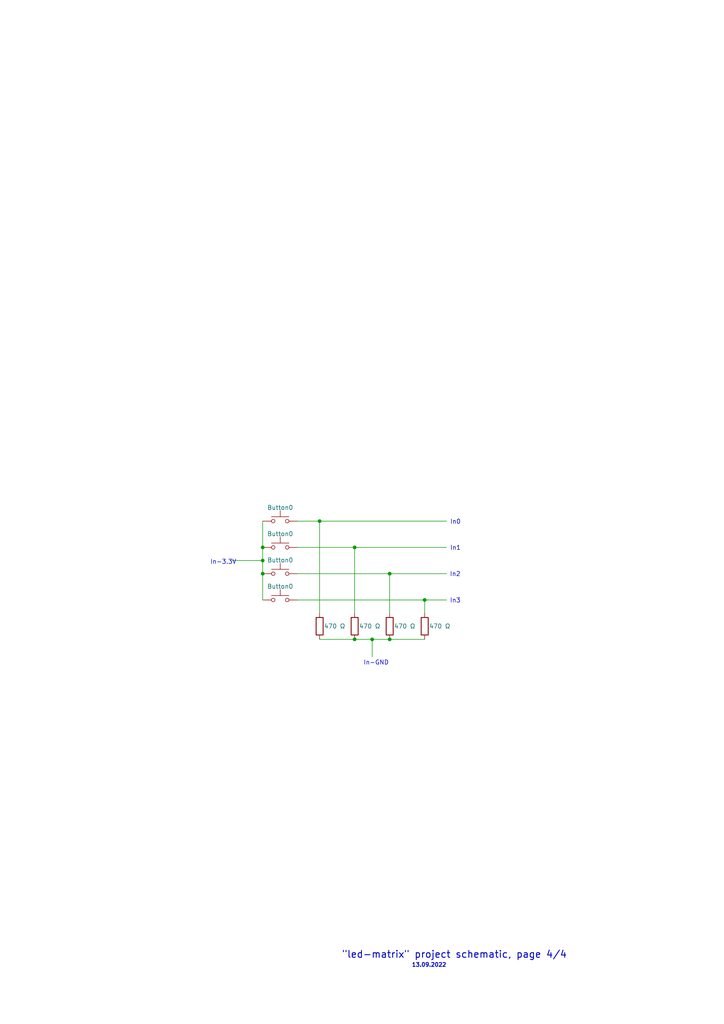
<source format=kicad_sch>
(kicad_sch (version 20211123) (generator eeschema)
  (paper "A4" portrait)
  (lib_symbols
    (symbol "Device:R" (pin_numbers hide) (pin_names (offset 0))
      (property "Reference" "R" (at 2.032 0 90))
      (property "Value" "R" (at 0 0 90))
      (symbol "R_0_1"
        (rectangle (start -1.016 -2.54) (end 1.016 2.54) (stroke (width 0.254)))
      )
      (symbol "R_1_1"
        (pin passive line (at 0 3.81 270) (length 1.27) (name "~") (number "1"))
        (pin passive line (at 0 -3.81 90) (length 1.27) (name "~") (number "2"))
      )
    )
    (symbol "Switch:SW_Push" (pin_numbers hide) (pin_names (offset 1.016) hide)
      (property "Reference" "SW" (at 1.27 2.54 0))
      (property "Value" "SW_Push" (at 0 -1.524 0))
      (symbol "SW_Push_0_1"
        (circle (center -2.032 0) (radius 0.508))
        (polyline (pts (xy 0 1.27) (xy 0 3.048)))
        (polyline (pts (xy 2.54 1.27) (xy -2.54 1.27)))
        (circle (center 2.032 0) (radius 0.508))
        (pin passive line (at -5.08 0 0) (length 2.54) (name "1") (number "1"))
        (pin passive line (at 5.08 0 180) (length 2.54) (name "2") (number "2"))
      )
    )
  )
  (junction (at 102.87 158.75))
  (junction (at 76.2 166.37))
  (junction (at 113.03 166.37))
  (junction (at 123.19 173.99))
  (junction (at 107.95 185.42))
  (junction (at 76.2 158.75))
  (junction (at 76.2 162.56))
  (junction (at 102.87 185.42))
  (junction (at 113.03 185.42))
  (junction (at 92.71 151.13))
  (wire (pts (xy 76.2 158.75) (xy 76.2 162.56)))
  (wire (pts (xy 123.19 173.99) (xy 123.19 177.8)))
  (wire (pts (xy 92.71 151.13) (xy 92.71 177.8)))
  (wire (pts (xy 92.71 151.13) (xy 129.54 151.13)))
  (wire (pts (xy 102.87 158.75) (xy 129.54 158.75)))
  (wire (pts (xy 113.03 166.37) (xy 129.54 166.37)))
  (wire (pts (xy 86.36 158.75) (xy 102.87 158.75)))
  (wire (pts (xy 76.2 162.56) (xy 67.31 162.56)))
  (wire (pts (xy 107.95 185.42) (xy 107.95 190.5)))
  (wire (pts (xy 123.19 173.99) (xy 129.54 173.99)))
  (wire (pts (xy 113.03 166.37) (xy 113.03 177.8)))
  (wire (pts (xy 102.87 158.75) (xy 102.87 177.8)))
  (wire (pts (xy 92.71 185.42) (xy 102.87 185.42)))
  (wire (pts (xy 86.36 151.13) (xy 92.71 151.13)))
  (wire (pts (xy 102.87 185.42) (xy 107.95 185.42)))
  (wire (pts (xy 107.95 185.42) (xy 113.03 185.42)))
  (wire (pts (xy 86.36 173.99) (xy 123.19 173.99)))
  (wire (pts (xy 76.2 162.56) (xy 76.2 166.37)))
  (wire (pts (xy 113.03 185.42) (xy 123.19 185.42)))
  (wire (pts (xy 76.2 151.13) (xy 76.2 158.75)))
  (wire (pts (xy 86.36 166.37) (xy 113.03 166.37)))
  (wire (pts (xy 76.2 166.37) (xy 76.2 173.99)))
  (text "13.09.2022" (at 119.38 280.67 0) (effects (font (size 1.15 1.15) bold) (justify left bottom)))
  (text "In0" (at 130.5306 152.1968 0) (effects (font (size 1.27 1.27)) (justify left bottom)))
  (text "\"led-matrix\" project schematic, page 4/4" (at 99.06 278.13 0) (effects (font (size 2 2) (thickness 0.254) bold) (justify left bottom)))
  (text "In-3.3V" (at 60.96 163.83 0) (effects (font (size 1.27 1.27)) (justify left bottom)))
  (text "In1" (at 130.5306 159.766 0) (effects (font (size 1.27 1.27)) (justify left bottom)))
  (text "In3" (at 130.4798 175.0314 0) (effects (font (size 1.27 1.27)) (justify left bottom)))
  (text "In2" (at 130.4544 167.386 0) (effects (font (size 1.27 1.27)) (justify left bottom)))
  (text "In-GND" (at 105.41 193.04 0) (effects (font (size 1.27 1.27)) (justify left bottom)))
  (symbol (lib_id "Device:R") (at 113.03 181.61 0) (unit 1)
    (property "Reference" "R?" (effects hide))
    (property "Value" "470 Ω" (at 114.25 181.6099 0) (effects (justify left)))
  )
  (symbol (lib_id "Switch:SW_Push") (at 81.28 173.99 0) (unit 1)
    (property "Reference" "SW?" (effects hide))
    (property "Value" "Button0" (at 81.28 170.06 0))
  )
  (symbol (lib_id "Device:R") (at 102.87 181.61 0) (unit 1)
    (property "Reference" "R?" (effects hide))
    (property "Value" "470 Ω" (at 104.09 181.6099 0) (effects (justify left)))
  )
  (symbol (lib_id "Switch:SW_Push") (at 81.28 158.75 0) (unit 1)
    (property "Reference" "SW?" (effects hide))
    (property "Value" "Button0" (at 81.28 154.82 0))
  )
  (symbol (lib_id "Switch:SW_Push") (at 81.28 166.37 0) (unit 1)
    (property "Reference" "SW?" (effects hide))
    (property "Value" "Button0" (at 81.28 162.44 0))
  )
  (symbol (lib_id "Device:R") (at 123.19 181.61 0) (unit 1)
    (property "Reference" "R?" (effects hide))
    (property "Value" "470 Ω" (at 124.41 181.6099 0) (effects (justify left)))
  )
  (symbol (lib_id "Switch:SW_Push") (at 81.28 151.13 0) (unit 1)
    (property "Reference" "SW?" (effects hide))
    (property "Value" "Button0" (at 81.28 147.2 0))
  )
  (symbol (lib_id "Device:R") (at 92.71 181.61 0) (unit 1)
    (property "Reference" "R?" (effects hide))
    (property "Value" "470 Ω" (at 93.93 181.6099 0) (effects (justify left)))
  )
)
</source>
